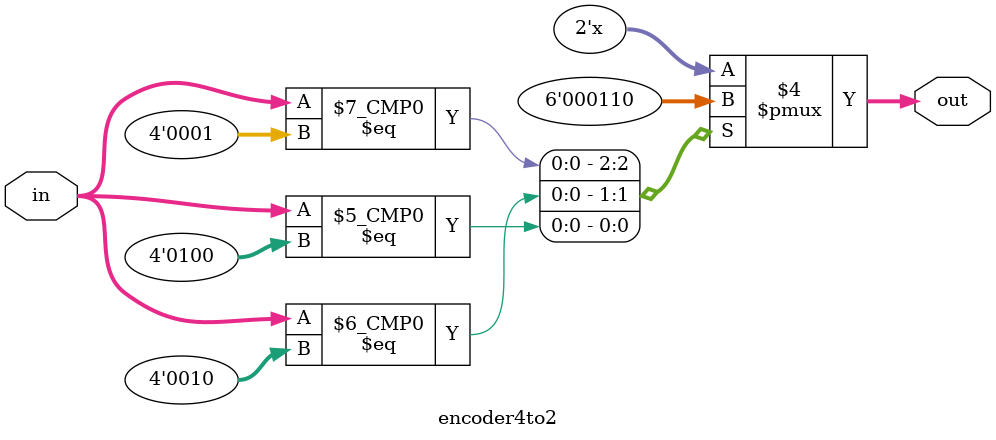
<source format=v>
`timescale 1ns / 1ps


module encoder4to2
(
input		[3:0]	in,
output reg	[1:0]	out
);

always@(*)
	case(in)
		4'b0001 : out = 2'b00;
		4'b0010 : out = 2'b01;
		4'b0100 : out = 2'b10;
		4'b0011 : out = 2'bxx;
	endcase
endmodule

</source>
